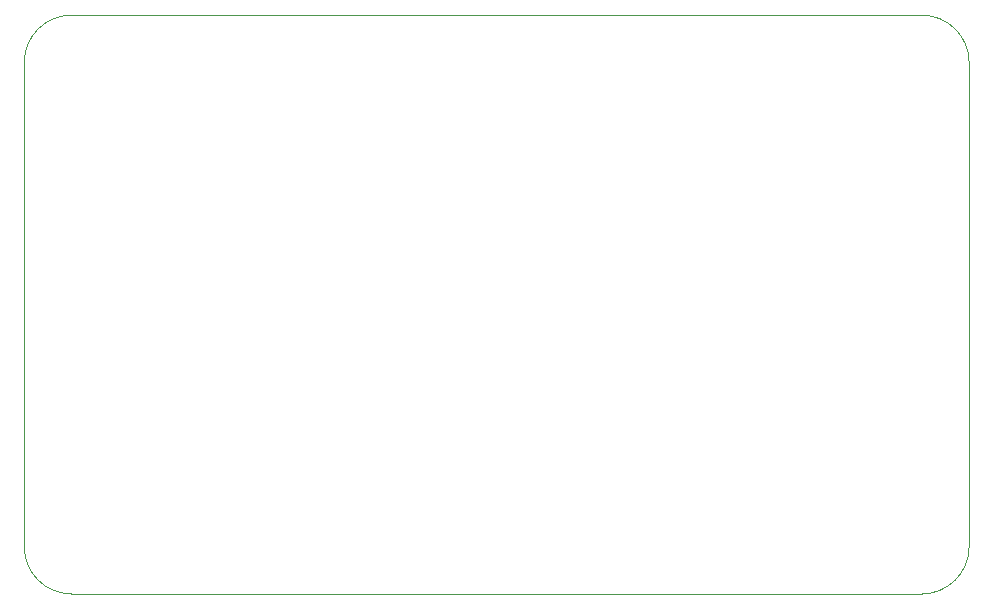
<source format=gm1>
G04 #@! TF.GenerationSoftware,KiCad,Pcbnew,5.1.5-52549c5~84~ubuntu19.10.1*
G04 #@! TF.CreationDate,2020-01-08T01:46:18+01:00*
G04 #@! TF.ProjectId,glasgow,676c6173-676f-4772-9e6b-696361645f70,rev?*
G04 #@! TF.SameCoordinates,Original*
G04 #@! TF.FileFunction,Profile,NP*
%FSLAX46Y46*%
G04 Gerber Fmt 4.6, Leading zero omitted, Abs format (unit mm)*
G04 Created by KiCad (PCBNEW 5.1.5-52549c5~84~ubuntu19.10.1) date 2020-01-08 01:46:18*
%MOMM*%
%LPD*%
G04 APERTURE LIST*
%ADD10C,0.100000*%
G04 APERTURE END LIST*
D10*
X50000000Y-116000000D02*
X50000000Y-75000000D01*
X54000000Y-71000000D02*
X126000000Y-71000000D01*
X126000000Y-120000000D02*
X54000000Y-120000000D01*
X130000000Y-75000000D02*
X130000000Y-116000000D01*
X126000000Y-71000000D02*
G75*
G02X130000000Y-75000000I0J-4000000D01*
G01*
X50000000Y-75000000D02*
G75*
G02X54000000Y-71000000I4000000J0D01*
G01*
X54000000Y-120000000D02*
G75*
G02X50000000Y-116000000I0J4000000D01*
G01*
X130000000Y-116000000D02*
G75*
G02X126000000Y-120000000I-4000000J0D01*
G01*
M02*

</source>
